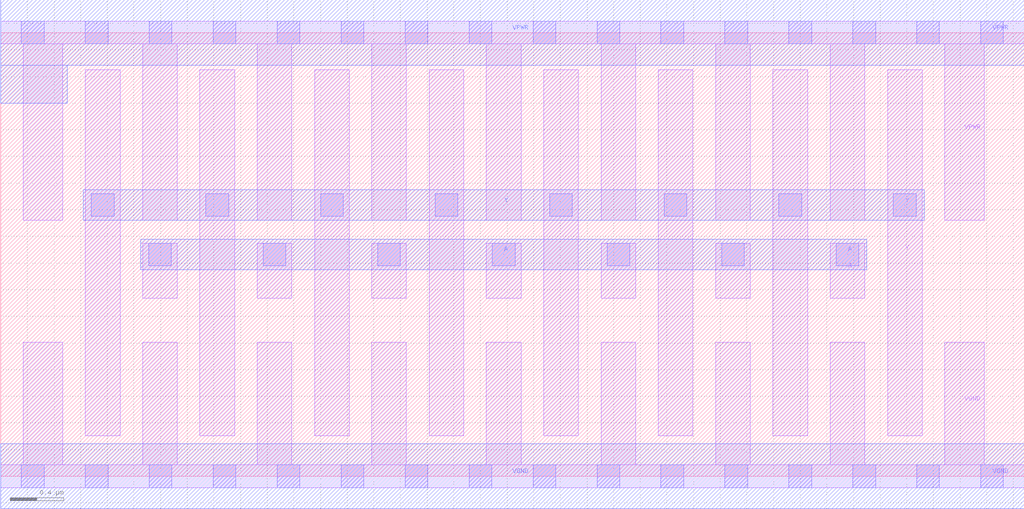
<source format=lef>
# Copyright 2020 The SkyWater PDK Authors
#
# Licensed under the Apache License, Version 2.0 (the "License");
# you may not use this file except in compliance with the License.
# You may obtain a copy of the License at
#
#     https://www.apache.org/licenses/LICENSE-2.0
#
# Unless required by applicable law or agreed to in writing, software
# distributed under the License is distributed on an "AS IS" BASIS,
# WITHOUT WARRANTIES OR CONDITIONS OF ANY KIND, either express or implied.
# See the License for the specific language governing permissions and
# limitations under the License.
#
# SPDX-License-Identifier: Apache-2.0

VERSION 5.7 ;
  NAMESCASESENSITIVE ON ;
  NOWIREEXTENSIONATPIN ON ;
  DIVIDERCHAR "/" ;
  BUSBITCHARS "[]" ;
UNITS
  DATABASE MICRONS 200 ;
END UNITS
MACRO sky130_fd_sc_lp__inv_16
  CLASS CORE ;
  SOURCE USER ;
  FOREIGN sky130_fd_sc_lp__inv_16 ;
  ORIGIN  0.000000  0.000000 ;
  SIZE  7.680000 BY  3.330000 ;
  SYMMETRY X Y R90 ;
  SITE unit ;
  PIN A
    ANTENNAGATEAREA  5.040000 ;
    DIRECTION INPUT ;
    USE SIGNAL ;
    PORT
      LAYER li1 ;
        RECT 1.065000 1.335000 1.325000 1.750000 ;
        RECT 1.925000 1.335000 2.185000 1.750000 ;
        RECT 2.785000 1.335000 3.045000 1.750000 ;
        RECT 3.645000 1.335000 3.905000 1.750000 ;
        RECT 4.505000 1.335000 4.765000 1.750000 ;
        RECT 5.365000 1.335000 5.625000 1.750000 ;
        RECT 6.225000 1.335000 6.485000 1.750000 ;
      LAYER mcon ;
        RECT 1.110000 1.580000 1.280000 1.750000 ;
        RECT 1.970000 1.580000 2.140000 1.750000 ;
        RECT 2.830000 1.580000 3.000000 1.750000 ;
        RECT 3.690000 1.580000 3.860000 1.750000 ;
        RECT 4.550000 1.580000 4.720000 1.750000 ;
        RECT 5.410000 1.580000 5.580000 1.750000 ;
        RECT 6.270000 1.580000 6.440000 1.750000 ;
      LAYER met1 ;
        RECT 1.050000 1.550000 6.500000 1.780000 ;
    END
  END A
  PIN Y
    ANTENNADIFFAREA  4.704000 ;
    DIRECTION OUTPUT ;
    USE SIGNAL ;
    PORT
      LAYER li1 ;
        RECT 0.635000 0.305000 0.895000 3.050000 ;
        RECT 1.495000 0.305000 1.755000 3.050000 ;
        RECT 2.355000 0.305000 2.615000 3.050000 ;
        RECT 3.215000 0.305000 3.475000 3.050000 ;
        RECT 4.075000 0.305000 4.335000 3.050000 ;
        RECT 4.935000 0.305000 5.195000 3.050000 ;
        RECT 5.795000 0.305000 6.055000 3.050000 ;
        RECT 6.655000 0.305000 6.915000 3.050000 ;
      LAYER mcon ;
        RECT 0.680000 1.950000 0.850000 2.120000 ;
        RECT 1.540000 1.950000 1.710000 2.120000 ;
        RECT 2.400000 1.950000 2.570000 2.120000 ;
        RECT 3.260000 1.950000 3.430000 2.120000 ;
        RECT 4.120000 1.950000 4.290000 2.120000 ;
        RECT 4.980000 1.950000 5.150000 2.120000 ;
        RECT 5.840000 1.950000 6.010000 2.120000 ;
        RECT 6.700000 1.950000 6.870000 2.120000 ;
      LAYER met1 ;
        RECT 0.620000 1.920000 6.930000 2.150000 ;
    END
  END Y
  PIN VGND
    DIRECTION INOUT ;
    USE GROUND ;
    PORT
      LAYER li1 ;
        RECT 0.000000 -0.085000 7.680000 0.085000 ;
        RECT 0.170000  0.085000 0.465000 1.005000 ;
        RECT 1.065000  0.085000 1.325000 1.005000 ;
        RECT 1.925000  0.085000 2.185000 1.005000 ;
        RECT 2.785000  0.085000 3.045000 1.005000 ;
        RECT 3.645000  0.085000 3.905000 1.005000 ;
        RECT 4.505000  0.085000 4.765000 1.005000 ;
        RECT 5.365000  0.085000 5.625000 1.005000 ;
        RECT 6.225000  0.085000 6.485000 1.005000 ;
        RECT 7.085000  0.085000 7.380000 1.005000 ;
      LAYER mcon ;
        RECT 0.155000 -0.085000 0.325000 0.085000 ;
        RECT 0.635000 -0.085000 0.805000 0.085000 ;
        RECT 1.115000 -0.085000 1.285000 0.085000 ;
        RECT 1.595000 -0.085000 1.765000 0.085000 ;
        RECT 2.075000 -0.085000 2.245000 0.085000 ;
        RECT 2.555000 -0.085000 2.725000 0.085000 ;
        RECT 3.035000 -0.085000 3.205000 0.085000 ;
        RECT 3.515000 -0.085000 3.685000 0.085000 ;
        RECT 3.995000 -0.085000 4.165000 0.085000 ;
        RECT 4.475000 -0.085000 4.645000 0.085000 ;
        RECT 4.955000 -0.085000 5.125000 0.085000 ;
        RECT 5.435000 -0.085000 5.605000 0.085000 ;
        RECT 5.915000 -0.085000 6.085000 0.085000 ;
        RECT 6.395000 -0.085000 6.565000 0.085000 ;
        RECT 6.875000 -0.085000 7.045000 0.085000 ;
        RECT 7.355000 -0.085000 7.525000 0.085000 ;
      LAYER met1 ;
        RECT 0.000000 -0.245000 7.680000 0.245000 ;
    END
  END VGND
  PIN VPWR
    DIRECTION INOUT ;
    USE POWER ;
    PORT
      LAYER li1 ;
        RECT 0.000000 3.245000 7.680000 3.415000 ;
        RECT 0.170000 1.920000 0.465000 3.245000 ;
        RECT 1.065000 1.920000 1.325000 3.245000 ;
        RECT 1.925000 1.920000 2.185000 3.245000 ;
        RECT 2.785000 1.920000 3.045000 3.245000 ;
        RECT 3.645000 1.920000 3.905000 3.245000 ;
        RECT 4.505000 1.920000 4.765000 3.245000 ;
        RECT 5.365000 1.920000 5.625000 3.245000 ;
        RECT 6.225000 1.920000 6.485000 3.245000 ;
        RECT 7.085000 1.920000 7.380000 3.245000 ;
      LAYER mcon ;
        RECT 0.155000 3.245000 0.325000 3.415000 ;
        RECT 0.635000 3.245000 0.805000 3.415000 ;
        RECT 1.115000 3.245000 1.285000 3.415000 ;
        RECT 1.595000 3.245000 1.765000 3.415000 ;
        RECT 2.075000 3.245000 2.245000 3.415000 ;
        RECT 2.555000 3.245000 2.725000 3.415000 ;
        RECT 3.035000 3.245000 3.205000 3.415000 ;
        RECT 3.515000 3.245000 3.685000 3.415000 ;
        RECT 3.995000 3.245000 4.165000 3.415000 ;
        RECT 4.475000 3.245000 4.645000 3.415000 ;
        RECT 4.955000 3.245000 5.125000 3.415000 ;
        RECT 5.435000 3.245000 5.605000 3.415000 ;
        RECT 5.915000 3.245000 6.085000 3.415000 ;
        RECT 6.395000 3.245000 6.565000 3.415000 ;
        RECT 6.875000 3.245000 7.045000 3.415000 ;
        RECT 7.355000 3.245000 7.525000 3.415000 ;
      LAYER met1 ;
        RECT 0.000000 2.800000 0.500000 3.085000 ;
        RECT 0.000000 3.085000 7.680000 3.575000 ;
    END
  END VPWR
END sky130_fd_sc_lp__inv_16

</source>
